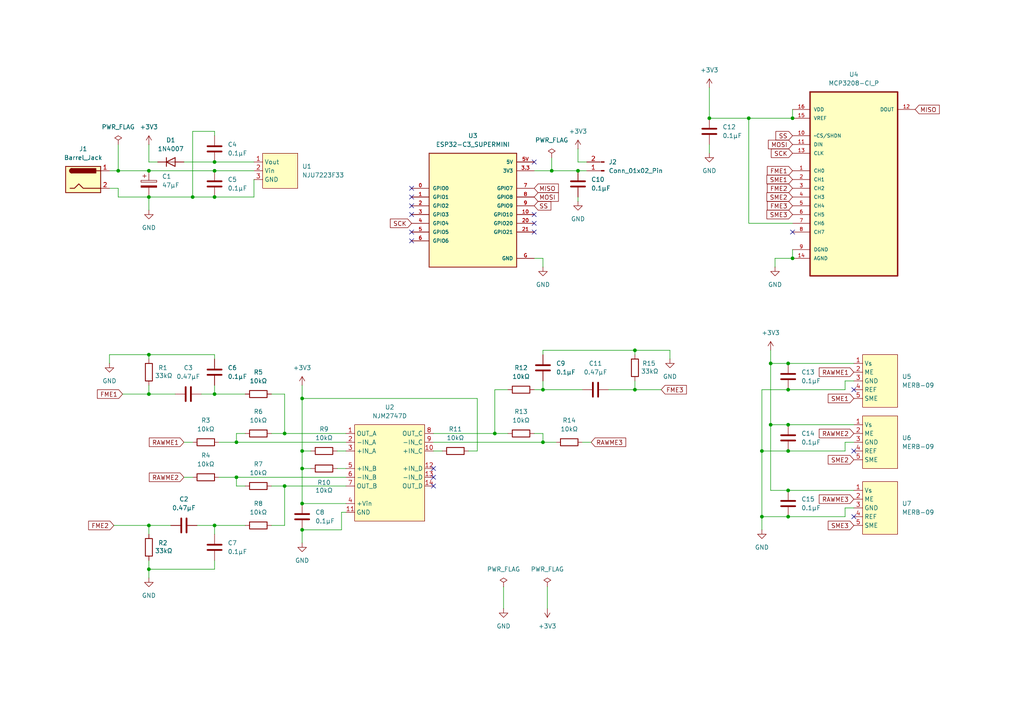
<source format=kicad_sch>
(kicad_sch (version 20231120) (generator "eeschema") (generator_version "8.0")
  (paper "A4")
  (lib_symbols
    (symbol "Connector:Barrel_Jack" (pin_names (offset 1.016))
      (property "Reference" "J" (at 0 5.334 0))
      (property "Value" "Barrel_Jack" (at 0 -5.08 0))
      (symbol "Barrel_Jack_0_1"
        (rectangle (start -5.08 3.81) (end 5.08 -3.81) (stroke (width 0.254)) (fill (type background)))
        (arc (start -3.302 3.175) (mid -3.9343 2.54) (end -3.302 1.905) (stroke (width 0.254)))
        (arc (start -3.302 3.175) (mid -3.9343 2.54) (end -3.302 1.905) (stroke (width 0.254)) (fill (type outline)))
        (polyline (pts (xy 5.08 2.54) (xy 3.81 2.54)) (stroke (width 0.254)))
        (polyline (pts (xy -3.81 -2.54) (xy -2.54 -2.54) (xy -1.27 -1.27) (xy 0 -2.54) (xy 2.54 -2.54) (xy 5.08 -2.54)) (stroke (width 0.254)))
        (rectangle (start 3.683 3.175) (end -3.302 1.905) (stroke (width 0.254)) (fill (type outline)))
      )
      (symbol "Barrel_Jack_1_1"
        (pin passive line (at 7.62 2.54 180) (length 2.54) (name "~") (number "1"))
        (pin passive line (at 7.62 -2.54 180) (length 2.54) (name "~") (number "2"))
      )
    )
    (symbol "Connector:Conn_01x02_Pin" (pin_names (offset 1.016) hide)
      (property "Reference" "J" (at 0 2.54 0))
      (property "Value" "Conn_01x02_Pin" (at 0 -5.08 0))
      (symbol "Conn_01x02_Pin_1_1"
        (polyline (pts (xy 1.27 -2.54) (xy 0.8636 -2.54)) (stroke (width 0.1524)))
        (polyline (pts (xy 1.27 0) (xy 0.8636 0)) (stroke (width 0.1524)))
        (rectangle (start 0.8636 -2.413) (end 0 -2.667) (stroke (width 0.1524)) (fill (type outline)))
        (rectangle (start 0.8636 0.127) (end 0 -0.127) (stroke (width 0.1524)) (fill (type outline)))
        (pin passive line (at 5.08 0 180) (length 3.81) (name "Pin_1") (number "1"))
        (pin passive line (at 5.08 -2.54 180) (length 3.81) (name "Pin_2") (number "2"))
      )
    )
    (symbol "Device:C" (pin_numbers hide) (pin_names (offset 0.254))
      (property "Reference" "C" (at 0.635 2.54 0))
      (property "Value" "C" (at 0.635 -2.54 0))
      (symbol "C_0_1"
        (polyline (pts (xy -2.032 -0.762) (xy 2.032 -0.762)) (stroke (width 0.508)))
        (polyline (pts (xy -2.032 0.762) (xy 2.032 0.762)) (stroke (width 0.508)))
      )
      (symbol "C_1_1"
        (pin passive line (at 0 3.81 270) (length 2.794) (name "~") (number "1"))
        (pin passive line (at 0 -3.81 90) (length 2.794) (name "~") (number "2"))
      )
    )
    (symbol "Device:C_Polarized" (pin_numbers hide) (pin_names (offset 0.254))
      (property "Reference" "C" (at 0.635 2.54 0))
      (property "Value" "C_Polarized" (at 0.635 -2.54 0))
      (symbol "C_Polarized_0_1"
        (rectangle (start -2.286 0.508) (end 2.286 1.016))
        (polyline (pts (xy -1.778 2.286) (xy -0.762 2.286)))
        (polyline (pts (xy -1.27 2.794) (xy -1.27 1.778)))
        (rectangle (start 2.286 -0.508) (end -2.286 -1.016) (fill (type outline)))
      )
      (symbol "C_Polarized_1_1"
        (pin passive line (at 0 3.81 270) (length 2.794) (name "~") (number "1"))
        (pin passive line (at 0 -3.81 90) (length 2.794) (name "~") (number "2"))
      )
    )
    (symbol "Device:D" (pin_numbers hide) (pin_names (offset 1.016) hide)
      (property "Reference" "D" (at 0 2.54 0))
      (property "Value" "D" (at 0 -2.54 0))
      (symbol "D_0_1"
        (polyline (pts (xy -1.27 1.27) (xy -1.27 -1.27)) (stroke (width 0.254)))
        (polyline (pts (xy 1.27 0) (xy -1.27 0)))
        (polyline (pts (xy 1.27 1.27) (xy 1.27 -1.27) (xy -1.27 0) (xy 1.27 1.27)) (stroke (width 0.254)))
      )
      (symbol "D_1_1"
        (pin passive line (at -3.81 0 0) (length 2.54) (name "K") (number "1"))
        (pin passive line (at 3.81 0 180) (length 2.54) (name "A") (number "2"))
      )
    )
    (symbol "Device:R" (pin_numbers hide) (pin_names (offset 0))
      (property "Reference" "R" (at 2.032 0 90))
      (property "Value" "R" (at 0 0 90))
      (symbol "R_0_1"
        (rectangle (start -1.016 -2.54) (end 1.016 2.54) (stroke (width 0.254)))
      )
      (symbol "R_1_1"
        (pin passive line (at 0 3.81 270) (length 1.27) (name "~") (number "1"))
        (pin passive line (at 0 -3.81 90) (length 1.27) (name "~") (number "2"))
      )
    )
    (symbol "ESP32-C3_SUPERMINI:ESP32-C3_SUPERMINI" (pin_names (offset 1.016))
      (property "Reference" "U" (at -12.7 16.002 0))
      (property "Value" "ESP32-C3_SUPERMINI" (at -12.7 -20.32 0))
      (symbol "ESP32-C3_SUPERMINI_0_0"
        (rectangle (start -12.7 -17.78) (end 12.7 15.24) (stroke (width 0.254)) (fill (type background)))
        (pin bidirectional line (at -17.78 5.08 0) (length 5.08) (name "GPIO0") (number "0"))
        (pin bidirectional line (at -17.78 2.54 0) (length 5.08) (name "GPIO1") (number "1"))
        (pin bidirectional line (at 17.78 -2.54 180) (length 5.08) (name "GPIO10") (number "10"))
        (pin bidirectional line (at -17.78 0 0) (length 5.08) (name "GPIO2") (number "2"))
        (pin bidirectional line (at 17.78 -5.08 180) (length 5.08) (name "GPIO20") (number "20"))
        (pin bidirectional line (at 17.78 -7.62 180) (length 5.08) (name "GPIO21") (number "21"))
        (pin bidirectional line (at -17.78 -2.54 0) (length 5.08) (name "GPIO3") (number "3"))
        (pin power_in line (at 17.78 10.16 180) (length 5.08) (name "3V3") (number "3.3"))
        (pin bidirectional line (at -17.78 -5.08 0) (length 5.08) (name "GPIO4") (number "4"))
        (pin bidirectional line (at -17.78 -7.62 0) (length 5.08) (name "GPIO5") (number "5"))
        (pin power_in line (at 17.78 12.7 180) (length 5.08) (name "5V") (number "5V"))
        (pin bidirectional line (at -17.78 -10.16 0) (length 5.08) (name "GPIO6") (number "6"))
        (pin bidirectional line (at 17.78 5.08 180) (length 5.08) (name "GPIO7") (number "7"))
        (pin bidirectional line (at 17.78 2.54 180) (length 5.08) (name "GPIO8") (number "8"))
        (pin bidirectional line (at 17.78 0 180) (length 5.08) (name "GPIO9") (number "9"))
        (pin power_in line (at 17.78 -15.24 180) (length 5.08) (name "GND") (number "G"))
      )
    )
    (symbol "MCP3208-CI_P:MCP3208-CI_P" (pin_names (offset 1.016))
      (property "Reference" "U" (at -4.7273 26.9153 0))
      (property "Value" "MCP3208-CI_P" (at -6.7189 -35.9357 0))
      (symbol "MCP3208-CI_P_0_0"
        (rectangle (start -12.7 -30.48) (end 12.7 22.86) (stroke (width 0.4064)) (fill (type background)))
        (pin input line (at -17.78 0 0) (length 5.08) (name "CH0") (number "1"))
        (pin input line (at -17.78 10.16 0) (length 5.08) (name "~CS/SHDN") (number "10"))
        (pin input line (at -17.78 7.62 0) (length 5.08) (name "DIN") (number "11"))
        (pin output line (at 17.78 17.78 180) (length 5.08) (name "DOUT") (number "12"))
        (pin input line (at -17.78 5.08 0) (length 5.08) (name "CLK") (number "13"))
        (pin passive line (at -17.78 -25.4 0) (length 5.08) (name "AGND") (number "14"))
        (pin power_in line (at -17.78 15.24 0) (length 5.08) (name "VREF") (number "15"))
        (pin power_in line (at -17.78 17.78 0) (length 5.08) (name "VDD") (number "16"))
        (pin input line (at -17.78 -2.54 0) (length 5.08) (name "CH1") (number "2"))
        (pin input line (at -17.78 -5.08 0) (length 5.08) (name "CH2") (number "3"))
        (pin input line (at -17.78 -7.62 0) (length 5.08) (name "CH3") (number "4"))
        (pin input line (at -17.78 -10.16 0) (length 5.08) (name "CH4") (number "5"))
        (pin input line (at -17.78 -12.7 0) (length 5.08) (name "CH5") (number "6"))
        (pin input line (at -17.78 -15.24 0) (length 5.08) (name "CH6") (number "7"))
        (pin input line (at -17.78 -17.78 0) (length 5.08) (name "CH7") (number "8"))
        (pin passive line (at -17.78 -22.86 0) (length 5.08) (name "DGND") (number "9"))
      )
    )
    (symbol "MEDJC09:MERB-09"
      (property "Reference" "U" (at 0 7.62 0))
      (property "Value" "MERB-09" (at 0 5.08 0))
      (symbol "MERB-09_0_0"
        (pin power_in line (at -7.62 0 0) (length 2.54) (name "Vs") (number "1"))
        (pin passive line (at -7.62 -2.54 0) (length 2.54) (name "ME") (number "2"))
        (pin power_in line (at -7.62 -5.08 0) (length 2.54) (name "GND") (number "3"))
        (pin passive line (at -7.62 -7.62 0) (length 2.54) (name "REF") (number "4"))
        (pin passive line (at -7.62 -10.16 0) (length 2.54) (name "SME") (number "5"))
      )
      (symbol "MERB-09_0_1"
        (rectangle (start -5.08 2.54) (end 5.08 -12.7) (fill (type background)))
      )
    )
    (symbol "NJM2747D:NJM2747D"
      (property "Reference" "U" (at 0 7.62 0))
      (property "Value" "NJM2747D" (at 0 5.08 0))
      (symbol "NJM2747D_0_0"
        (pin passive line (at -12.7 0 0) (length 2.54) (name "OUT_A") (number "1"))
        (pin passive line (at 12.7 -5.08 180) (length 2.54) (name "+IN_C") (number "10"))
        (pin passive line (at -12.7 -22.86 0) (length 2.54) (name "GND") (number "11"))
        (pin passive line (at 12.7 -10.16 180) (length 2.54) (name "+IN_D") (number "12"))
        (pin passive line (at 12.7 -12.7 180) (length 2.54) (name "-IN_D") (number "13"))
        (pin passive line (at 12.7 -15.24 180) (length 2.54) (name "OUT_D") (number "14"))
        (pin passive line (at -12.7 -2.54 0) (length 2.54) (name "-IN_A") (number "2"))
        (pin passive line (at -12.7 -5.08 0) (length 2.54) (name "+IN_A") (number "3"))
        (pin passive line (at -12.7 -20.32 0) (length 2.54) (name "+Vin") (number "4"))
        (pin passive line (at -12.7 -10.16 0) (length 2.54) (name "+IN_B") (number "5"))
        (pin passive line (at -12.7 -12.7 0) (length 2.54) (name "-IN_B") (number "6"))
        (pin passive line (at -12.7 -15.24 0) (length 2.54) (name "OUT_B") (number "7"))
        (pin passive line (at 12.7 0 180) (length 2.54) (name "OUT_C") (number "8"))
        (pin passive line (at 12.7 -2.54 180) (length 2.54) (name "-IN_C") (number "9"))
      )
      (symbol "NJM2747D_1_1"
        (rectangle (start -10.16 2.54) (end 10.16 -25.4) (fill (type background)))
      )
    )
    (symbol "NJU7223F33:NJU7223F33"
      (property "Reference" "U" (at 0 6.35 0))
      (property "Value" "NJU7223F33" (at 0 3.81 0))
      (symbol "NJU7223F33_0_0"
        (pin power_out line (at -7.62 0 0) (length 2.54) (name "Vout") (number "1"))
        (pin power_in line (at -7.62 -2.54 0) (length 2.54) (name "Vin") (number "2"))
        (pin power_in line (at -7.62 -5.08 0) (length 2.54) (name "GND") (number "3"))
      )
      (symbol "NJU7223F33_1_1"
        (text_box "" (at -5.08 2.54 0) (size 10.16 -10.16) (fill (type background)) (effects (font (size 1.27 1.27)) (justify left top)))
      )
    )
    (symbol "power:+3V3" (power) (pin_numbers hide) (pin_names (offset 0) hide)
      (property "Value" "+3V3" (at 0 3.556 0))
      (symbol "+3V3_0_1"
        (polyline (pts (xy -0.762 1.27) (xy 0 2.54)))
        (polyline (pts (xy 0 0) (xy 0 2.54)))
        (polyline (pts (xy 0 2.54) (xy 0.762 1.27)))
      )
      (symbol "+3V3_1_1"
        (pin power_in line (at 0 0 90) (length 0) (name "~") (number "1"))
      )
    )
    (symbol "power:GND" (power) (pin_numbers hide) (pin_names (offset 0) hide)
      (property "Value" "GND" (at 0 -3.81 0))
      (symbol "GND_0_1"
        (polyline (pts (xy 0 0) (xy 0 -1.27) (xy 1.27 -1.27) (xy 0 -2.54) (xy -1.27 -1.27) (xy 0 -1.27)))
      )
      (symbol "GND_1_1"
        (pin power_in line (at 0 0 270) (length 0) (name "~") (number "1"))
      )
    )
    (symbol "power:PWR_FLAG" (power) (pin_numbers hide) (pin_names (offset 0) hide)
      (property "Value" "PWR_FLAG" (at 0 3.81 0))
      (symbol "PWR_FLAG_0_0"
        (pin power_out line (at 0 0 90) (length 0) (name "~") (number "1"))
      )
      (symbol "PWR_FLAG_0_1"
        (polyline (pts (xy 0 0) (xy 0 1.27) (xy -1.016 1.905) (xy 0 2.54) (xy 1.016 1.905) (xy 0 1.27)))
      )
    )
  )
  (junction (at 228.6 142.24))
  (junction (at 68.58 128.27))
  (junction (at 228.6 123.19))
  (junction (at 184.15 113.03))
  (junction (at 229.87 74.93))
  (junction (at 143.51 125.73))
  (junction (at 228.6 105.41))
  (junction (at 87.63 153.67))
  (junction (at 160.02 49.53))
  (junction (at 223.52 105.41))
  (junction (at 43.18 49.53))
  (junction (at 167.64 49.53))
  (junction (at 87.63 146.05))
  (junction (at 87.63 130.81))
  (junction (at 228.6 130.81))
  (junction (at 217.17 34.29))
  (junction (at 184.15 101.6))
  (junction (at 62.23 152.4))
  (junction (at 43.18 102.87))
  (junction (at 82.55 125.73))
  (junction (at 157.48 113.03))
  (junction (at 43.18 114.3))
  (junction (at 229.87 34.29))
  (junction (at 62.23 57.15))
  (junction (at 205.74 34.29))
  (junction (at 68.58 138.43))
  (junction (at 55.88 57.15))
  (junction (at 43.18 57.15))
  (junction (at 228.6 113.03))
  (junction (at 43.18 165.1))
  (junction (at 157.48 128.27))
  (junction (at 62.23 114.3))
  (junction (at 220.98 149.86))
  (junction (at 223.52 123.19))
  (junction (at 62.23 49.53))
  (junction (at 87.63 135.89))
  (junction (at 62.23 46.99))
  (junction (at 228.6 149.86))
  (junction (at 220.98 130.81))
  (junction (at 87.63 115.57))
  (junction (at 43.18 152.4))
  (junction (at 34.29 49.53))
  (junction (at 82.55 140.97))
  (no_connect (at 119.38 62.23))
  (no_connect (at 154.94 62.23))
  (no_connect (at 247.65 130.81))
  (no_connect (at 119.38 67.31))
  (no_connect (at 119.38 54.61))
  (no_connect (at 247.65 113.03))
  (no_connect (at 125.73 140.97))
  (no_connect (at 119.38 57.15))
  (no_connect (at 125.73 135.89))
  (no_connect (at 125.73 138.43))
  (no_connect (at 154.94 46.99))
  (no_connect (at 229.87 67.31))
  (no_connect (at 119.38 69.85))
  (no_connect (at 119.38 59.69))
  (no_connect (at 154.94 64.77))
  (no_connect (at 154.94 67.31))
  (no_connect (at 247.65 149.86))
  (wire (pts (xy 55.88 38.1) (xy 62.23 38.1)))
  (wire (pts (xy 68.58 138.43) (xy 100.33 138.43)))
  (wire (pts (xy 82.55 140.97) (xy 82.55 152.4)))
  (wire (pts (xy 220.98 149.86) (xy 228.6 149.86)))
  (wire (pts (xy 184.15 110.49) (xy 184.15 113.03)))
  (wire (pts (xy 125.73 130.81) (xy 128.27 130.81)))
  (wire (pts (xy 223.52 105.41) (xy 223.52 101.6)))
  (wire (pts (xy 33.02 152.4) (xy 43.18 152.4)))
  (wire (pts (xy 43.18 165.1) (xy 62.23 165.1)))
  (wire (pts (xy 228.6 123.19) (xy 247.65 123.19)))
  (wire (pts (xy 217.17 34.29) (xy 229.87 34.29)))
  (wire (pts (xy 34.29 41.91) (xy 34.29 49.53)))
  (wire (pts (xy 63.5 128.27) (xy 68.58 128.27)))
  (wire (pts (xy 194.31 101.6) (xy 184.15 101.6)))
  (wire (pts (xy 247.65 128.27) (xy 245.11 128.27)))
  (wire (pts (xy 34.29 57.15) (xy 43.18 57.15)))
  (wire (pts (xy 245.11 113.03) (xy 245.11 110.49)))
  (wire (pts (xy 224.79 74.93) (xy 229.87 74.93)))
  (wire (pts (xy 62.23 114.3) (xy 58.42 114.3)))
  (wire (pts (xy 87.63 135.89) (xy 90.17 135.89)))
  (wire (pts (xy 160.02 49.53) (xy 167.64 49.53)))
  (wire (pts (xy 157.48 101.6) (xy 157.48 102.87)))
  (wire (pts (xy 167.64 46.99) (xy 170.18 46.99)))
  (wire (pts (xy 220.98 149.86) (xy 220.98 153.67)))
  (wire (pts (xy 87.63 111.76) (xy 87.63 115.57)))
  (wire (pts (xy 43.18 41.91) (xy 43.18 46.99)))
  (wire (pts (xy 205.74 34.29) (xy 217.17 34.29)))
  (wire (pts (xy 78.74 140.97) (xy 82.55 140.97)))
  (wire (pts (xy 171.45 128.27) (xy 168.91 128.27)))
  (wire (pts (xy 220.98 130.81) (xy 228.6 130.81)))
  (wire (pts (xy 43.18 114.3) (xy 43.18 111.76)))
  (wire (pts (xy 138.43 130.81) (xy 135.89 130.81)))
  (wire (pts (xy 154.94 74.93) (xy 157.48 74.93)))
  (wire (pts (xy 205.74 25.4) (xy 205.74 34.29)))
  (wire (pts (xy 62.23 46.99) (xy 73.66 46.99)))
  (wire (pts (xy 97.79 135.89) (xy 100.33 135.89)))
  (wire (pts (xy 205.74 41.91) (xy 205.74 44.45)))
  (wire (pts (xy 167.64 57.15) (xy 167.64 58.42)))
  (wire (pts (xy 143.51 113.03) (xy 143.51 125.73)))
  (wire (pts (xy 245.11 128.27) (xy 245.11 130.81)))
  (wire (pts (xy 87.63 146.05) (xy 100.33 146.05)))
  (wire (pts (xy 146.05 170.18) (xy 146.05 176.53)))
  (wire (pts (xy 194.31 104.14) (xy 194.31 101.6)))
  (wire (pts (xy 87.63 153.67) (xy 87.63 157.48)))
  (wire (pts (xy 43.18 162.56) (xy 43.18 165.1)))
  (wire (pts (xy 157.48 125.73) (xy 157.48 128.27)))
  (wire (pts (xy 125.73 128.27) (xy 157.48 128.27)))
  (wire (pts (xy 157.48 110.49) (xy 157.48 113.03)))
  (wire (pts (xy 87.63 135.89) (xy 87.63 146.05)))
  (wire (pts (xy 53.34 128.27) (xy 55.88 128.27)))
  (wire (pts (xy 34.29 49.53) (xy 43.18 49.53)))
  (wire (pts (xy 55.88 57.15) (xy 62.23 57.15)))
  (wire (pts (xy 245.11 147.32) (xy 245.11 149.86)))
  (wire (pts (xy 62.23 57.15) (xy 73.66 57.15)))
  (wire (pts (xy 62.23 162.56) (xy 62.23 165.1)))
  (wire (pts (xy 157.48 74.93) (xy 157.48 77.47)))
  (wire (pts (xy 245.11 113.03) (xy 228.6 113.03)))
  (wire (pts (xy 87.63 130.81) (xy 87.63 135.89)))
  (wire (pts (xy 43.18 165.1) (xy 43.18 167.64)))
  (wire (pts (xy 82.55 114.3) (xy 78.74 114.3)))
  (wire (pts (xy 143.51 125.73) (xy 147.32 125.73)))
  (wire (pts (xy 62.23 152.4) (xy 62.23 154.94)))
  (wire (pts (xy 154.94 113.03) (xy 157.48 113.03)))
  (wire (pts (xy 154.94 125.73) (xy 157.48 125.73)))
  (wire (pts (xy 157.48 113.03) (xy 168.91 113.03)))
  (wire (pts (xy 78.74 125.73) (xy 82.55 125.73)))
  (wire (pts (xy 34.29 54.61) (xy 31.75 54.61)))
  (wire (pts (xy 35.56 114.3) (xy 43.18 114.3)))
  (wire (pts (xy 71.12 125.73) (xy 68.58 125.73)))
  (wire (pts (xy 62.23 114.3) (xy 71.12 114.3)))
  (wire (pts (xy 53.34 46.99) (xy 62.23 46.99)))
  (wire (pts (xy 160.02 45.72) (xy 160.02 49.53)))
  (wire (pts (xy 125.73 125.73) (xy 143.51 125.73)))
  (wire (pts (xy 53.34 138.43) (xy 55.88 138.43)))
  (wire (pts (xy 62.23 49.53) (xy 73.66 49.53)))
  (wire (pts (xy 68.58 128.27) (xy 100.33 128.27)))
  (wire (pts (xy 228.6 142.24) (xy 223.52 142.24)))
  (wire (pts (xy 167.64 49.53) (xy 170.18 49.53)))
  (wire (pts (xy 31.75 102.87) (xy 43.18 102.87)))
  (wire (pts (xy 229.87 72.39) (xy 229.87 74.93)))
  (wire (pts (xy 176.53 113.03) (xy 184.15 113.03)))
  (wire (pts (xy 82.55 140.97) (xy 100.33 140.97)))
  (wire (pts (xy 87.63 115.57) (xy 87.63 130.81)))
  (wire (pts (xy 157.48 128.27) (xy 161.29 128.27)))
  (wire (pts (xy 34.29 57.15) (xy 34.29 54.61)))
  (wire (pts (xy 99.06 148.59) (xy 100.33 148.59)))
  (wire (pts (xy 138.43 115.57) (xy 138.43 130.81)))
  (wire (pts (xy 223.52 123.19) (xy 223.52 142.24)))
  (wire (pts (xy 97.79 130.81) (xy 100.33 130.81)))
  (wire (pts (xy 247.65 147.32) (xy 245.11 147.32)))
  (wire (pts (xy 223.52 105.41) (xy 223.52 123.19)))
  (wire (pts (xy 68.58 140.97) (xy 68.58 138.43)))
  (wire (pts (xy 154.94 49.53) (xy 160.02 49.53)))
  (wire (pts (xy 87.63 130.81) (xy 90.17 130.81)))
  (wire (pts (xy 87.63 115.57) (xy 138.43 115.57)))
  (wire (pts (xy 217.17 64.77) (xy 217.17 34.29)))
  (wire (pts (xy 247.65 142.24) (xy 228.6 142.24)))
  (wire (pts (xy 223.52 105.41) (xy 228.6 105.41)))
  (wire (pts (xy 62.23 102.87) (xy 62.23 104.14)))
  (wire (pts (xy 78.74 152.4) (xy 82.55 152.4)))
  (wire (pts (xy 87.63 153.67) (xy 99.06 153.67)))
  (wire (pts (xy 50.8 114.3) (xy 43.18 114.3)))
  (wire (pts (xy 224.79 74.93) (xy 224.79 77.47)))
  (wire (pts (xy 73.66 52.07) (xy 73.66 57.15)))
  (wire (pts (xy 220.98 130.81) (xy 220.98 149.86)))
  (wire (pts (xy 43.18 57.15) (xy 55.88 57.15)))
  (wire (pts (xy 43.18 46.99) (xy 45.72 46.99)))
  (wire (pts (xy 43.18 49.53) (xy 62.23 49.53)))
  (wire (pts (xy 143.51 113.03) (xy 147.32 113.03)))
  (wire (pts (xy 43.18 152.4) (xy 49.53 152.4)))
  (wire (pts (xy 71.12 140.97) (xy 68.58 140.97)))
  (wire (pts (xy 229.87 64.77) (xy 217.17 64.77)))
  (wire (pts (xy 82.55 125.73) (xy 100.33 125.73)))
  (wire (pts (xy 220.98 113.03) (xy 220.98 130.81)))
  (wire (pts (xy 82.55 114.3) (xy 82.55 125.73)))
  (wire (pts (xy 55.88 57.15) (xy 55.88 38.1)))
  (wire (pts (xy 247.65 105.41) (xy 228.6 105.41)))
  (wire (pts (xy 223.52 123.19) (xy 228.6 123.19)))
  (wire (pts (xy 43.18 102.87) (xy 43.18 104.14)))
  (wire (pts (xy 184.15 101.6) (xy 184.15 102.87)))
  (wire (pts (xy 43.18 152.4) (xy 43.18 154.94)))
  (wire (pts (xy 228.6 113.03) (xy 220.98 113.03)))
  (wire (pts (xy 157.48 101.6) (xy 184.15 101.6)))
  (wire (pts (xy 62.23 102.87) (xy 43.18 102.87)))
  (wire (pts (xy 229.87 31.75) (xy 229.87 34.29)))
  (wire (pts (xy 31.75 49.53) (xy 34.29 49.53)))
  (wire (pts (xy 57.15 152.4) (xy 62.23 152.4)))
  (wire (pts (xy 158.75 170.18) (xy 158.75 176.53)))
  (wire (pts (xy 245.11 110.49) (xy 247.65 110.49)))
  (wire (pts (xy 68.58 125.73) (xy 68.58 128.27)))
  (wire (pts (xy 167.64 43.18) (xy 167.64 46.99)))
  (wire (pts (xy 228.6 149.86) (xy 245.11 149.86)))
  (wire (pts (xy 245.11 130.81) (xy 228.6 130.81)))
  (wire (pts (xy 31.75 105.41) (xy 31.75 102.87)))
  (wire (pts (xy 63.5 138.43) (xy 68.58 138.43)))
  (wire (pts (xy 62.23 152.4) (xy 71.12 152.4)))
  (wire (pts (xy 43.18 60.96) (xy 43.18 57.15)))
  (wire (pts (xy 62.23 114.3) (xy 62.23 111.76)))
  (wire (pts (xy 99.06 153.67) (xy 99.06 148.59)))
  (wire (pts (xy 62.23 38.1) (xy 62.23 39.37)))
  (wire (pts (xy 184.15 113.03) (xy 191.77 113.03)))
  (global_label "MISO" (shape input) (at 265.43 31.75 0) (property "Intersheetrefs" "${INTERSHEET_REFS}" (effects (hide yes))))
  (global_label "SME2" (shape input) (at 247.65 133.35 180) (property "Intersheetrefs" "${INTERSHEET_REFS}" (effects (hide yes))))
  (global_label "SME1" (shape input) (at 247.65 115.57 180) (property "Intersheetrefs" "${INTERSHEET_REFS}" (effects (hide yes))))
  (global_label "RAWME1" (shape input) (at 247.65 107.95 180) (property "Intersheetrefs" "${INTERSHEET_REFS}" (effects (hide yes))))
  (global_label "SS" (shape input) (at 154.94 59.69 0) (property "Intersheetrefs" "${INTERSHEET_REFS}" (effects (hide yes))))
  (global_label "RAWME1" (shape input) (at 53.34 128.27 180) (property "Intersheetrefs" "${INTERSHEET_REFS}" (effects (hide yes))))
  (global_label "SME1" (shape input) (at 229.87 52.07 180) (property "Intersheetrefs" "${INTERSHEET_REFS}" (effects (hide yes))))
  (global_label "MOSI" (shape input) (at 154.94 57.15 0) (property "Intersheetrefs" "${INTERSHEET_REFS}" (effects (hide yes))))
  (global_label "MISO" (shape input) (at 154.94 54.61 0) (property "Intersheetrefs" "${INTERSHEET_REFS}" (effects (hide yes))))
  (global_label "FME1" (shape input) (at 229.87 49.53 180) (property "Intersheetrefs" "${INTERSHEET_REFS}" (effects (hide yes))))
  (global_label "SME3" (shape input) (at 247.65 152.4 180) (property "Intersheetrefs" "${INTERSHEET_REFS}" (effects (hide yes))))
  (global_label "FME1" (shape input) (at 35.56 114.3 180) (property "Intersheetrefs" "${INTERSHEET_REFS}" (effects (hide yes))))
  (global_label "FME3" (shape input) (at 191.77 113.03 0) (property "Intersheetrefs" "${INTERSHEET_REFS}" (effects (hide yes))))
  (global_label "SME2" (shape input) (at 229.87 57.15 180) (property "Intersheetrefs" "${INTERSHEET_REFS}" (effects (hide yes))))
  (global_label "MOSI" (shape input) (at 229.87 41.91 180) (property "Intersheetrefs" "${INTERSHEET_REFS}" (effects (hide yes))))
  (global_label "FME3" (shape input) (at 229.87 59.69 180) (property "Intersheetrefs" "${INTERSHEET_REFS}" (effects (hide yes))))
  (global_label "FME2" (shape input) (at 229.87 54.61 180) (property "Intersheetrefs" "${INTERSHEET_REFS}" (effects (hide yes))))
  (global_label "SS" (shape input) (at 229.87 39.37 180) (property "Intersheetrefs" "${INTERSHEET_REFS}" (effects (hide yes))))
  (global_label "RAWME2" (shape input) (at 53.34 138.43 180) (property "Intersheetrefs" "${INTERSHEET_REFS}" (effects (hide yes))))
  (global_label "RAWME3" (shape input) (at 171.45 128.27 0) (property "Intersheetrefs" "${INTERSHEET_REFS}" (effects (hide yes))))
  (global_label "SCK" (shape input) (at 119.38 64.77 180) (property "Intersheetrefs" "${INTERSHEET_REFS}" (effects (hide yes))))
  (global_label "RAWME3" (shape input) (at 247.65 144.78 180) (property "Intersheetrefs" "${INTERSHEET_REFS}" (effects (hide yes))))
  (global_label "SME3" (shape input) (at 229.87 62.23 180) (property "Intersheetrefs" "${INTERSHEET_REFS}" (effects (hide yes))))
  (global_label "FME2" (shape input) (at 33.02 152.4 180) (property "Intersheetrefs" "${INTERSHEET_REFS}" (effects (hide yes))))
  (global_label "SCK" (shape input) (at 229.87 44.45 180) (property "Intersheetrefs" "${INTERSHEET_REFS}" (effects (hide yes))))
  (global_label "RAWME2" (shape input) (at 247.65 125.73 180) (property "Intersheetrefs" "${INTERSHEET_REFS}" (effects (hide yes))))
  (symbol (lib_id "power:PWR_FLAG") (at 160.02 45.72 0) (unit 1)
    (property "Reference" "#FLG04" (effects (hide yes)))
    (property "Value" "PWR_FLAG" (at 160.02 40.64 0))
    (property "Description" "Special symbol for telling ERC where power comes from" (effects (hide yes)))
  )
  (symbol (lib_id "power:GND") (at 43.18 60.96 0) (unit 1)
    (property "Reference" "#PWR03" (effects (hide yes)))
    (property "Value" "GND" (at 43.18 66.04 0))
    (property "Description" "Power symbol creates a global label with name \"GND\" , ground" (effects (hide yes)))
  )
  (symbol (lib_id "NJM2747D:NJM2747D") (at 113.03 125.73 0) (unit 1)
    (property "Reference" "U2" (at 113.03 118.11 0))
    (property "Value" "NJM2747D" (at 113.03 120.65 0))
  )
  (symbol (lib_id "Device:R") (at 184.15 106.68 0) (mirror y) (unit 1)
    (property "Reference" "R15" (at 188.214 105.41 0))
    (property "Value" "33kΩ" (at 188.468 107.696 0))
    (property "Description" "Resistor" (effects (hide yes)))
  )
  (symbol (lib_id "ESP32-C3_SUPERMINI:ESP32-C3_SUPERMINI") (at 137.16 59.69 0) (unit 1)
    (property "Reference" "U3" (at 137.16 39.37 0))
    (property "Value" "ESP32-C3_SUPERMINI" (at 137.16 41.91 0))
    (property "Footprint" "ESP32-C3_SUPERMINI:MODULE_ESP32-C3_SUPERMINI" (effects (hide yes)))
    (property "MF" "Espressif Systems" (effects (hide yes)))
    (property "MAXIMUM_PACKAGE_HEIGHT" "4.2mm" (effects (hide yes)))
    (property "Package" "Package" (effects (hide yes)))
    (property "Price" "None" (effects (hide yes)))
    (property "Check_prices" "https://www.snapeda.com/parts/ESP32-C3%20SuperMini/Espressif+Systems/view-part/?ref=eda" (effects (hide yes)))
    (property "STANDARD" "Manufacturer Recommendations" (effects (hide yes)))
    (property "SnapEDA_Link" "https://www.snapeda.com/parts/ESP32-C3%20SuperMini/Espressif+Systems/view-part/?ref=snap" (effects (hide yes)))
    (property "MP" "ESP32-C3 SuperMini" (effects (hide yes)))
    (property "Description_1" "\nSuper tiny ESP32-C3 board\n" (effects (hide yes)))
    (property "Availability" "Not in stock" (effects (hide yes)))
    (property "MANUFACTURER" "Espressif" (effects (hide yes)))
  )
  (symbol (lib_id "Device:R") (at 93.98 135.89 270) (mirror x) (unit 1)
    (property "Reference" "R10" (at 93.98 139.954 90))
    (property "Value" "10kΩ" (at 93.98 142.24 90))
    (property "Description" "Resistor" (effects (hide yes)))
  )
  (symbol (lib_id "Device:R") (at 59.69 128.27 90) (unit 1)
    (property "Reference" "R3" (at 59.69 121.92 90))
    (property "Value" "10kΩ" (at 59.69 124.46 90))
    (property "Footprint" "Resistor_THT:R_Box_L13.0mm_W4.0mm_P9.00mm" (effects (hide yes)))
    (property "Description" "Resistor" (effects (hide yes)))
  )
  (symbol (lib_id "power:GND") (at 224.79 77.47 0) (unit 1)
    (property "Reference" "#PWR017" (effects (hide yes)))
    (property "Value" "GND" (at 224.79 82.55 0))
    (property "Description" "Power symbol creates a global label with name \"GND\" , ground" (effects (hide yes)))
  )
  (symbol (lib_id "power:GND") (at 31.75 105.41 0) (unit 1)
    (property "Reference" "#PWR01" (effects (hide yes)))
    (property "Value" "GND" (at 31.75 110.49 0))
    (property "Description" "Power symbol creates a global label with name \"GND\" , ground" (effects (hide yes)))
  )
  (symbol (lib_id "MEDJC09:MERB-09") (at 255.27 123.19 0) (unit 1)
    (property "Reference" "U6" (at 261.62 126.9999 0) (effects (justify left)))
    (property "Value" "MERB-09" (at 261.62 129.5399 0) (effects (justify left)))
  )
  (symbol (lib_id "MEDJC09:MERB-09") (at 255.27 142.24 0) (unit 1)
    (property "Reference" "U7" (at 261.62 146.0499 0) (effects (justify left)))
    (property "Value" "MERB-09" (at 261.62 148.5899 0) (effects (justify left)))
  )
  (symbol (lib_id "power:GND") (at 220.98 153.67 0) (unit 1)
    (property "Reference" "#PWR015" (effects (hide yes)))
    (property "Value" "GND" (at 220.98 158.75 0))
    (property "Description" "Power symbol creates a global label with name \"GND\" , ground" (effects (hide yes)))
  )
  (symbol (lib_id "Connector:Barrel_Jack") (at 24.13 52.07 0) (unit 1)
    (property "Reference" "J1" (at 24.13 43.18 0))
    (property "Value" "Barrel_Jack" (at 24.13 45.72 0))
    (property "Description" "DC Barrel Jack" (effects (hide yes)))
  )
  (symbol (lib_id "Device:C") (at 228.6 109.22 0) (unit 1)
    (property "Reference" "C13" (at 232.41 107.9499 0) (effects (justify left)))
    (property "Value" "0.1μF" (at 232.41 110.4899 0) (effects (justify left)))
    (property "Description" "Unpolarized capacitor" (effects (hide yes)))
  )
  (symbol (lib_id "Device:R") (at 43.18 158.75 0) (mirror y) (unit 1)
    (property "Reference" "R2" (at 47.244 157.48 0))
    (property "Value" "33kΩ" (at 47.498 159.766 0))
    (property "Description" "Resistor" (effects (hide yes)))
  )
  (symbol (lib_id "Device:C") (at 53.34 152.4 90) (unit 1)
    (property "Reference" "C2" (at 53.34 144.78 90))
    (property "Value" "0.47μF" (at 53.34 147.32 90))
    (property "Description" "Unpolarized capacitor" (effects (hide yes)))
  )
  (symbol (lib_id "Device:R") (at 165.1 128.27 90) (unit 1)
    (property "Reference" "R14" (at 165.1 121.92 90))
    (property "Value" "10kΩ" (at 165.1 124.46 90))
    (property "Description" "Resistor" (effects (hide yes)))
  )
  (symbol (lib_id "Device:C") (at 228.6 146.05 0) (unit 1)
    (property "Reference" "C15" (at 232.41 144.7799 0) (effects (justify left)))
    (property "Value" "0.1μF" (at 232.41 147.3199 0) (effects (justify left)))
    (property "Description" "Unpolarized capacitor" (effects (hide yes)))
  )
  (symbol (lib_id "Device:C") (at 62.23 158.75 0) (unit 1)
    (property "Reference" "C7" (at 66.04 157.4799 0) (effects (justify left)))
    (property "Value" "0.1μF" (at 66.04 160.0199 0) (effects (justify left)))
    (property "Description" "Unpolarized capacitor" (effects (hide yes)))
  )
  (symbol (lib_id "power:+3V3") (at 87.63 111.76 0) (unit 1)
    (property "Reference" "#PWR05" (effects (hide yes)))
    (property "Value" "+3V3" (at 87.63 106.68 0))
    (property "Description" "Power symbol creates a global label with name \"+3V3\"" (effects (hide yes)))
  )
  (symbol (lib_id "power:PWR_FLAG") (at 34.29 41.91 0) (unit 1)
    (property "Reference" "#FLG01" (effects (hide yes)))
    (property "Value" "PWR_FLAG" (at 34.29 36.83 0))
    (property "Description" "Special symbol for telling ERC where power comes from" (effects (hide yes)))
  )
  (symbol (lib_id "Device:R") (at 74.93 114.3 90) (unit 1)
    (property "Reference" "R5" (at 74.93 107.95 90))
    (property "Value" "10kΩ" (at 74.93 110.49 90))
    (property "Description" "Resistor" (effects (hide yes)))
  )
  (symbol (lib_id "Device:D") (at 49.53 46.99 0) (unit 1)
    (property "Reference" "D1" (at 49.53 40.64 0))
    (property "Value" "1N4007" (at 49.53 43.18 0))
    (property "Description" "Diode" (effects (hide yes)))
    (property "Sim.Device" "D" (effects (hide yes)))
    (property "Sim.Pins" "1=K 2=A" (effects (hide yes)))
  )
  (symbol (lib_id "power:+3V3") (at 223.52 101.6 0) (unit 1)
    (property "Reference" "#PWR016" (effects (hide yes)))
    (property "Value" "+3V3" (at 223.52 96.52 0))
    (property "Description" "Power symbol creates a global label with name \"+3V3\"" (effects (hide yes)))
  )
  (symbol (lib_id "MCP3208-CI_P:MCP3208-CI_P") (at 247.65 49.53 0) (unit 1)
    (property "Reference" "U4" (at 247.65 21.59 0))
    (property "Value" "MCP3208-CI_P" (at 247.65 24.13 0))
    (property "Footprint" "MCP3208-CI_P:DIP254P762X432-16" (effects (hide yes)))
    (property "MF" "Microchip" (effects (hide yes)))
    (property "Description_1" "\nMicrochip 12 bit Serial ADC Differential Input 16-Pin PDIP | Microchip Technology Inc. MCP3208-CI/P\n" (effects (hide yes)))
    (property "PACKAGE" "DIP-16" (effects (hide yes)))
    (property "MPN" "MCP3208-CI/P" (effects (hide yes)))
    (property "Price" "None" (effects (hide yes)))
    (property "Package" "DIP-16 Microchip" (effects (hide yes)))
    (property "OC_FARNELL" "1084269" (effects (hide yes)))
    (property "SnapEDA_Link" "https://www.snapeda.com/parts/MCP3208-CI/P/Microchip/view-part/?ref=snap" (effects (hide yes)))
    (property "MP" "MCP3208-CI/P" (effects (hide yes)))
    (property "SUPPLIER" "Microchip" (effects (hide yes)))
    (property "OC_NEWARK" "58K1815" (effects (hide yes)))
    (property "Availability" "In Stock" (effects (hide yes)))
    (property "Check_prices" "https://www.snapeda.com/parts/MCP3208-CI/P/Microchip/view-part/?ref=eda" (effects (hide yes)))
  )
  (symbol (lib_id "Device:R") (at 74.93 125.73 90) (unit 1)
    (property "Reference" "R6" (at 74.93 119.38 90))
    (property "Value" "10kΩ" (at 74.93 121.92 90))
    (property "Description" "Resistor" (effects (hide yes)))
  )
  (symbol (lib_id "power:GND") (at 167.64 58.42 0) (unit 1)
    (property "Reference" "#PWR011" (effects (hide yes)))
    (property "Value" "GND" (at 167.64 63.5 0))
    (property "Description" "Power symbol creates a global label with name \"GND\" , ground" (effects (hide yes)))
  )
  (symbol (lib_id "power:+3V3") (at 158.75 176.53 180) (unit 1)
    (property "Reference" "#PWR09" (effects (hide yes)))
    (property "Value" "+3V3" (at 158.75 181.61 0))
    (property "Description" "Power symbol creates a global label with name \"+3V3\"" (effects (hide yes)))
  )
  (symbol (lib_id "Device:C") (at 172.72 113.03 90) (unit 1)
    (property "Reference" "C11" (at 172.72 105.41 90))
    (property "Value" "0.47μF" (at 172.72 107.95 90))
    (property "Description" "Unpolarized capacitor" (effects (hide yes)))
  )
  (symbol (lib_id "Device:R") (at 59.69 138.43 90) (unit 1)
    (property "Reference" "R4" (at 59.69 132.08 90))
    (property "Value" "10kΩ" (at 59.69 134.62 90))
    (property "Description" "Resistor" (effects (hide yes)))
  )
  (symbol (lib_id "Device:C") (at 54.61 114.3 90) (unit 1)
    (property "Reference" "C3" (at 54.61 106.68 90))
    (property "Value" "0.47μF" (at 54.61 109.22 90))
    (property "Description" "Unpolarized capacitor" (effects (hide yes)))
  )
  (symbol (lib_id "Device:C") (at 62.23 53.34 0) (unit 1)
    (property "Reference" "C5" (at 66.04 52.0699 0) (effects (justify left)))
    (property "Value" "0.1μF" (at 66.04 54.6099 0) (effects (justify left)))
    (property "Description" "Unpolarized capacitor" (effects (hide yes)))
  )
  (symbol (lib_id "power:GND") (at 146.05 176.53 0) (unit 1)
    (property "Reference" "#PWR07" (effects (hide yes)))
    (property "Value" "GND" (at 146.05 181.61 0))
    (property "Description" "Power symbol creates a global label with name \"GND\" , ground" (effects (hide yes)))
  )
  (symbol (lib_id "power:GND") (at 194.31 104.14 0) (unit 1)
    (property "Reference" "#PWR012" (effects (hide yes)))
    (property "Value" "GND" (at 194.31 109.22 0))
    (property "Description" "Power symbol creates a global label with name \"GND\" , ground" (effects (hide yes)))
  )
  (symbol (lib_id "Device:R") (at 74.93 140.97 90) (unit 1)
    (property "Reference" "R7" (at 74.93 134.62 90))
    (property "Value" "10kΩ" (at 74.93 137.16 90))
    (property "Description" "Resistor" (effects (hide yes)))
  )
  (symbol (lib_id "power:PWR_FLAG") (at 146.05 170.18 0) (unit 1)
    (property "Reference" "#FLG02" (effects (hide yes)))
    (property "Value" "PWR_FLAG" (at 146.05 165.1 0))
    (property "Description" "Special symbol for telling ERC where power comes from" (effects (hide yes)))
  )
  (symbol (lib_id "power:GND") (at 205.74 44.45 0) (unit 1)
    (property "Reference" "#PWR014" (effects (hide yes)))
    (property "Value" "GND" (at 205.74 49.53 0))
    (property "Description" "Power symbol creates a global label with name \"GND\" , ground" (effects (hide yes)))
  )
  (symbol (lib_id "Device:R") (at 151.13 125.73 90) (unit 1)
    (property "Reference" "R13" (at 151.13 119.38 90))
    (property "Value" "10kΩ" (at 151.13 121.92 90))
    (property "Description" "Resistor" (effects (hide yes)))
  )
  (symbol (lib_id "NJU7223F33:NJU7223F33") (at 81.28 46.99 0) (unit 1)
    (property "Reference" "U1" (at 87.63 48.2599 0) (effects (justify left)))
    (property "Value" "NJU7223F33" (at 87.63 50.7999 0) (effects (justify left)))
  )
  (symbol (lib_id "Device:C") (at 62.23 43.18 0) (unit 1)
    (property "Reference" "C4" (at 66.04 41.9099 0) (effects (justify left)))
    (property "Value" "0.1μF" (at 66.04 44.4499 0) (effects (justify left)))
    (property "Description" "Unpolarized capacitor" (effects (hide yes)))
  )
  (symbol (lib_id "Device:R") (at 132.08 130.81 90) (unit 1)
    (property "Reference" "R11" (at 132.08 124.46 90))
    (property "Value" "10kΩ" (at 132.08 127 90))
    (property "Description" "Resistor" (effects (hide yes)))
  )
  (symbol (lib_id "Device:R") (at 93.98 130.81 90) (unit 1)
    (property "Reference" "R9" (at 93.98 124.46 90))
    (property "Value" "10kΩ" (at 93.98 127 90))
    (property "Description" "Resistor" (effects (hide yes)))
  )
  (symbol (lib_id "power:+3V3") (at 43.18 41.91 0) (unit 1)
    (property "Reference" "#PWR02" (effects (hide yes)))
    (property "Value" "+3V3" (at 43.18 36.83 0))
    (property "Description" "Power symbol creates a global label with name \"+3V3\"" (effects (hide yes)))
  )
  (symbol (lib_id "power:GND") (at 157.48 77.47 0) (unit 1)
    (property "Reference" "#PWR08" (effects (hide yes)))
    (property "Value" "GND" (at 157.48 82.55 0))
    (property "Description" "Power symbol creates a global label with name \"GND\" , ground" (effects (hide yes)))
  )
  (symbol (lib_id "Device:C") (at 167.64 53.34 0) (unit 1)
    (property "Reference" "C10" (at 171.45 52.0699 0) (effects (justify left)))
    (property "Value" "0.1μF" (at 171.45 54.6099 0) (effects (justify left)))
    (property "Description" "Unpolarized capacitor" (effects (hide yes)))
  )
  (symbol (lib_id "Device:C") (at 228.6 127 0) (unit 1)
    (property "Reference" "C14" (at 232.41 125.7299 0) (effects (justify left)))
    (property "Value" "0.1μF" (at 232.41 128.2699 0) (effects (justify left)))
    (property "Description" "Unpolarized capacitor" (effects (hide yes)))
  )
  (symbol (lib_id "power:+3V3") (at 167.64 43.18 0) (unit 1)
    (property "Reference" "#PWR010" (effects (hide yes)))
    (property "Value" "+3V3" (at 167.64 38.1 0))
    (property "Description" "Power symbol creates a global label with name \"+3V3\"" (effects (hide yes)))
  )
  (symbol (lib_id "Connector:Conn_01x02_Pin") (at 175.26 49.53 180) (unit 1)
    (property "Reference" "J2" (at 176.53 46.9899 0) (effects (justify right)))
    (property "Value" "Conn_01x02_Pin" (at 176.53 49.5299 0) (effects (justify right)))
    (property "Footprint" "Connector_PinHeader_2.54mm:PinHeader_1x02_P2.54mm_Vertical" (effects (hide yes)))
    (property "Description" "Generic connector, single row, 01x02, script generated" (effects (hide yes)))
  )
  (symbol (lib_id "MEDJC09:MERB-09") (at 255.27 105.41 0) (unit 1)
    (property "Reference" "U5" (at 261.62 109.2199 0) (effects (justify left)))
    (property "Value" "MERB-09" (at 261.62 111.7599 0) (effects (justify left)))
  )
  (symbol (lib_id "power:GND") (at 43.18 167.64 0) (unit 1)
    (property "Reference" "#PWR04" (effects (hide yes)))
    (property "Value" "GND" (at 43.18 172.72 0))
    (property "Description" "Power symbol creates a global label with name \"GND\" , ground" (effects (hide yes)))
  )
  (symbol (lib_id "power:GND") (at 87.63 157.48 0) (unit 1)
    (property "Reference" "#PWR06" (effects (hide yes)))
    (property "Value" "GND" (at 87.63 162.56 0))
    (property "Description" "Power symbol creates a global label with name \"GND\" , ground" (effects (hide yes)))
  )
  (symbol (lib_id "Device:C") (at 62.23 107.95 0) (unit 1)
    (property "Reference" "C6" (at 66.04 106.6799 0) (effects (justify left)))
    (property "Value" "0.1μF" (at 66.04 109.2199 0) (effects (justify left)))
    (property "Description" "Unpolarized capacitor" (effects (hide yes)))
  )
  (symbol (lib_id "Device:R") (at 43.18 107.95 0) (mirror y) (unit 1)
    (property "Reference" "R1" (at 47.244 106.68 0))
    (property "Value" "33kΩ" (at 47.498 108.966 0))
    (property "Description" "Resistor" (effects (hide yes)))
  )
  (symbol (lib_id "Device:C") (at 205.74 38.1 0) (unit 1)
    (property "Reference" "C12" (at 209.55 36.8299 0) (effects (justify left)))
    (property "Value" "0.1μF" (at 209.55 39.3699 0) (effects (justify left)))
    (property "Description" "Unpolarized capacitor" (effects (hide yes)))
  )
  (symbol (lib_id "Device:C") (at 87.63 149.86 0) (unit 1)
    (property "Reference" "C8" (at 91.44 148.5899 0) (effects (justify left)))
    (property "Value" "0.1μF" (at 91.44 151.1299 0) (effects (justify left)))
    (property "Description" "Unpolarized capacitor" (effects (hide yes)))
  )
  (symbol (lib_id "Device:R") (at 151.13 113.03 90) (unit 1)
    (property "Reference" "R12" (at 151.13 106.68 90))
    (property "Value" "10kΩ" (at 151.13 109.22 90))
    (property "Description" "Resistor" (effects (hide yes)))
  )
  (symbol (lib_id "power:+3V3") (at 205.74 25.4 0) (unit 1)
    (property "Reference" "#PWR013" (effects (hide yes)))
    (property "Value" "+3V3" (at 205.74 20.32 0))
    (property "Description" "Power symbol creates a global label with name \"+3V3\"" (effects (hide yes)))
  )
  (symbol (lib_id "Device:C") (at 157.48 106.68 0) (unit 1)
    (property "Reference" "C9" (at 161.29 105.4099 0) (effects (justify left)))
    (property "Value" "0.1μF" (at 161.29 107.9499 0) (effects (justify left)))
    (property "Description" "Unpolarized capacitor" (effects (hide yes)))
  )
  (symbol (lib_id "Device:R") (at 74.93 152.4 90) (unit 1)
    (property "Reference" "R8" (at 74.93 146.05 90))
    (property "Value" "10kΩ" (at 74.93 148.59 90))
    (property "Description" "Resistor" (effects (hide yes)))
  )
  (symbol (lib_id "Device:C_Polarized") (at 43.18 53.34 0) (unit 1)
    (property "Reference" "C1" (at 46.99 51.1809 0) (effects (justify left)))
    (property "Value" "47μF" (at 46.99 53.7209 0) (effects (justify left)))
    (property "Description" "Polarized capacitor" (effects (hide yes)))
  )
  (symbol (lib_id "power:PWR_FLAG") (at 158.75 170.18 0) (unit 1)
    (property "Reference" "#FLG03" (effects (hide yes)))
    (property "Value" "PWR_FLAG" (at 158.75 165.1 0))
    (property "Description" "Special symbol for telling ERC where power comes from" (effects (hide yes)))
  )
)
</source>
